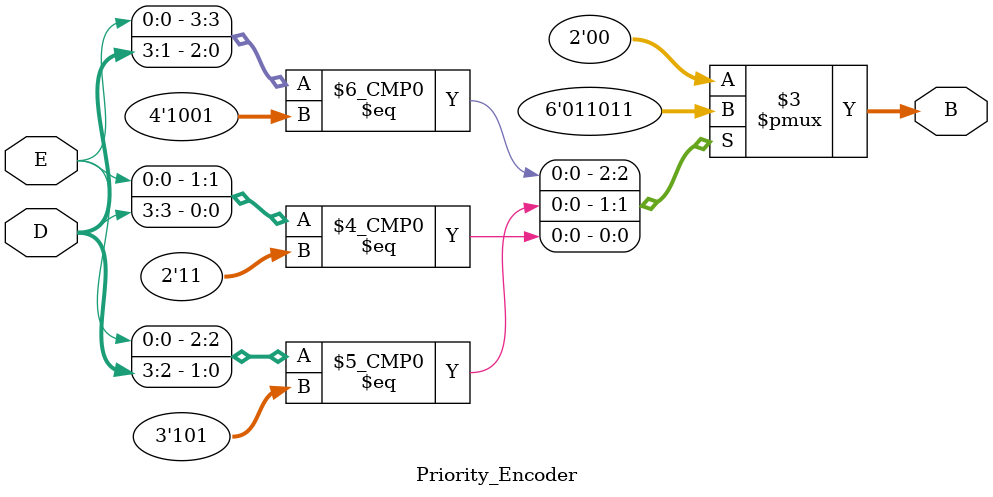
<source format=v>
module Priority_Encoder(
    input wire E,
    input wire [3:0] D,
    output reg [1:0] B
);

// assign B[1] = ((D[2] & ~D[3]) + D[3]) & E;
// assign B[0] = ((D[1] & ~D[2] & ~D[3]) + D[3]) & E;

// always @(*) begin
//     if(E == 1'b0)
//         B = 2'b00;
//     else if(D[0] == 1'b1 && D[3:1] == 3'b000)
//         B = 2'b00;
//     else if(D[1] == 1 && D[3:2] == 2'b00)
//         B = 2'b01;
//     else if(D[2] == 1'b1 && D[3] == 1'b0)
//         B = 2'b10;
//     else if(D[3] == 1'b1)
//         B = 2'b11;
//     else B = 2'b00;
// end

always @(*) begin
    casex({E, D})
        5'b10001: B = 2'b00;
        5'b1001x: B = 2'b01;
        5'b101xx: B = 2'b10;
        5'b11xxx: B = 2'b11;
        default: B = 2'b00;
    endcase
end

endmodule
</source>
